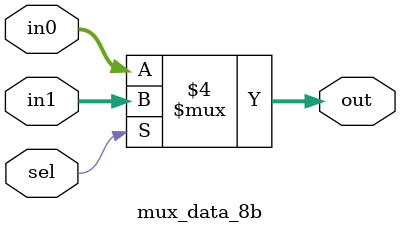
<source format=v>
`timescale 1ns / 1ps

module mux_data_8b(

    input [7:0] in0,
    input [7:0] in1,
    input sel,
    output reg [7:0] out
    );
    
    always @(*) begin
        if (sel == 0) begin
            out = in0;
        end else begin
            out = in1;
        end
    end 
    
endmodule

</source>
